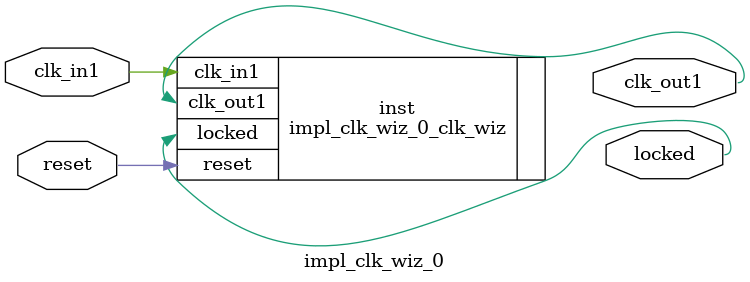
<source format=v>


`timescale 1ps/1ps

(* CORE_GENERATION_INFO = "impl_clk_wiz_0,clk_wiz_v6_0_11_0_0,{component_name=impl_clk_wiz_0,use_phase_alignment=true,use_min_o_jitter=false,use_max_i_jitter=false,use_dyn_phase_shift=false,use_inclk_switchover=false,use_dyn_reconfig=false,enable_axi=0,feedback_source=FDBK_AUTO,PRIMITIVE=MMCM,num_out_clk=1,clkin1_period=8.000,clkin2_period=10.000,use_power_down=false,use_reset=true,use_locked=true,use_inclk_stopped=false,feedback_type=SINGLE,CLOCK_MGR_TYPE=NA,manual_override=false}" *)

module impl_clk_wiz_0 
 (
  // Clock out ports
  output        clk_out1,
  // Status and control signals
  input         reset,
  output        locked,
 // Clock in ports
  input         clk_in1
 );

  impl_clk_wiz_0_clk_wiz inst
  (
  // Clock out ports  
  .clk_out1(clk_out1),
  // Status and control signals               
  .reset(reset), 
  .locked(locked),
 // Clock in ports
  .clk_in1(clk_in1)
  );

endmodule

</source>
